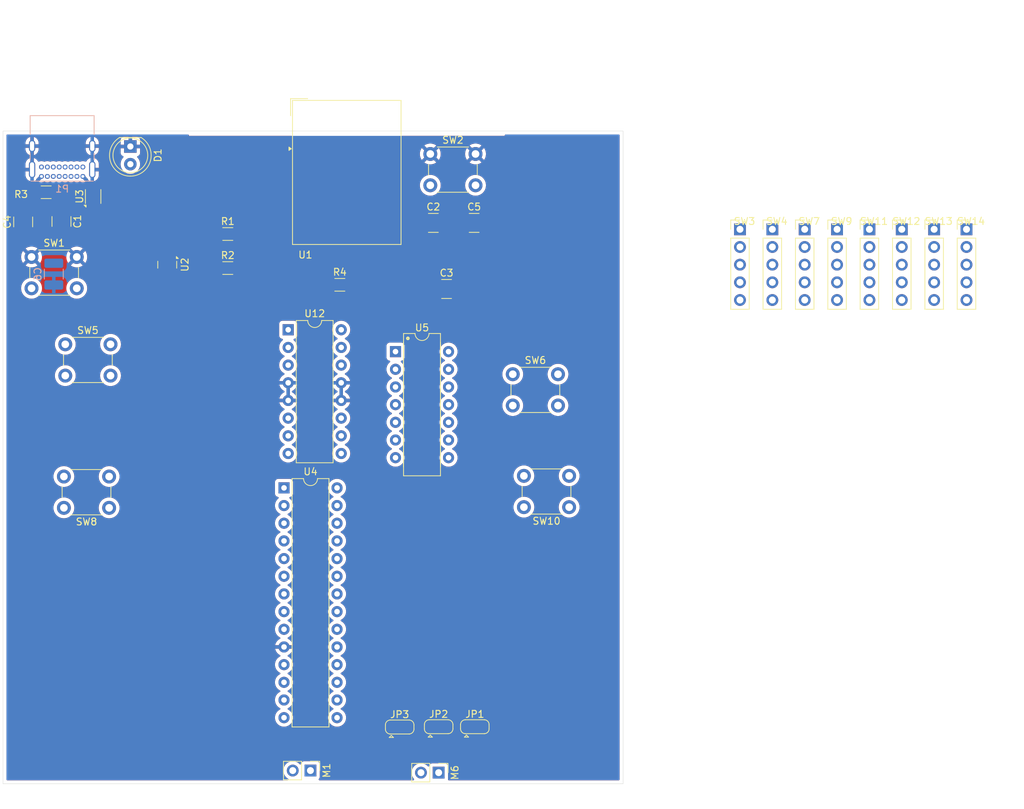
<source format=kicad_pcb>
(kicad_pcb (version 20240108) (generator "pcbnew") (generator_version "8.0")
  (layers (0 "F.Cu" signal) (1 "In1.Cu" signal) (2 "In2.Cu" signal) (31 "B.Cu" signal) (34 "B.Paste" user) (35 "F.Paste" user) (36 "B.SilkS" user "B.Silkscreen") (37 "F.SilkS" user "F.Silkscreen") (38 "B.Mask" user) (39 "F.Mask" user) (44 "Edge.Cuts" user))
  (net 0 "")
  (net 1 "5VUSB")
  (net 2 "GND")
  (net 3 "3V3")
  (net 4 "Net-(C5-+)")
  (net 5 "Net-(C6-+)")
  (net 6 "Net-(R3-+)")
  (net 9 "USB_P")
  (net 10 "USB_N")
  (net 11 "Net-(R1--)")
  (net 23 "SDA")
  (net 34 "SCL")
  (net 51 "Fader direction")
  (net 52 "Net-(U12-2A)")
  (net 57 "Net-(SW5-Pad1)")
  (net 58 "Net-(SW11-PadS2)")
  (net 59 "Net-(SW3-PadS2)")
  (net 61 "Net-(U4-GPB0)")
  (net 62 "Fader1_en")
  (net 63 "Net-(D8-A)")
  (net 64 "Net-(D6-A)")
  (net 66 "Fader2_en")
  (net 67 "Net-(D2-K)")
  (net 68 "Net-(D4-A)")
  (net 69 "Net-(JP3-C)")
  (net 70 "Net-(JP2-C)")
  (net 71 "Net-(U4-GPB1)")
  (net 72 "Net-(U4-GPB5)")
  (net 73 "Net-(JP1-C)")
  (net 75 "Net-(U4-GPB7)")
  (net 76 "Net-(U4-GPB3)")
  (net 77 "Net-(JP1-A)")
  (net 79 "Net-(JP1-B)")
  (net 80 "Net-(U4-GPB6)")
  (net 81 "Net-(JP2-A)")
  (net 82 "Net-(U4-GPB2)")
  (net 83 "Net-(U4-GPB4)")
  (net 84 "Net-(JP2-B)")
  (net 85 "Net-(JP3-B)")
  (net 86 "Net-(JP3-A)")
  (net 87 "int")
  (net 88 "Net-(U4-GPA1)")
  (net 89 "Net-(U4-GPA7)")
  (net 90 "Net-(U4-GPA6)")
  (net 91 "Net-(U4-GPA0)")
  (net 92 "Net-(U4-GPA2)")
  (net 93 "Net-(U4-GPA3)")
  (net 94 "Net-(U4-GPA5)")
  (net 95 "Net-(R11-+)")
  (net 96 "Net-(U4-GPA4)")
  (footprint "RF_Module:ESP32-S2-MINI-1" (layer "F.Cu") (at 143.9 41.55)
    (property "Reference" "U1" (at -5.95 11.85 0) (layer "F.SilkS"))
    (property "Value" "ESP32-S3-MINI-1")
    (pad "1" smd rect (at -7 -3.4) (size 0.8 0.4) (layers "F.Cu" "F.Paste" "F.Mask") (net 2 "GND"))
    (pad "2" smd rect (at -7 -2.55) (size 0.8 0.4) (layers "F.Cu" "F.Paste" "F.Mask") (net 2 "GND"))
    (pad "3" smd rect (at -7 -1.7) (size 0.8 0.4) (layers "F.Cu" "F.Paste" "F.Mask") (net 3 "3V3"))
    (pad "4" smd rect (at -7 -0.85) (size 0.8 0.4) (layers "F.Cu" "F.Paste" "F.Mask") (net 5 "Net-(C6-+)"))
    (pad "5" smd rect (at -7 0) (size 0.8 0.4) (layers "F.Cu" "F.Paste" "F.Mask"))
    (pad "6" smd rect (at -7 0.85) (size 0.8 0.4) (layers "F.Cu" "F.Paste" "F.Mask") (net 34 "SCL"))
    (pad "7" smd rect (at -7 1.7) (size 0.8 0.4) (layers "F.Cu" "F.Paste" "F.Mask") (net 23 "SDA"))
    (pad "8" smd rect (at -7 2.55) (size 0.8 0.4) (layers "F.Cu" "F.Paste" "F.Mask"))
    (pad "9" smd rect (at -7 3.4) (size 0.8 0.4) (layers "F.Cu" "F.Paste" "F.Mask"))
    (pad "10" smd rect (at -7 4.25) (size 0.8 0.4) (layers "F.Cu" "F.Paste" "F.Mask"))
    (pad "11" smd rect (at -7 5.1) (size 0.8 0.4) (layers "F.Cu" "F.Paste" "F.Mask"))
    (pad "12" smd rect (at -7 5.95) (size 0.8 0.4) (layers "F.Cu" "F.Paste" "F.Mask"))
    (pad "13" smd rect (at -7 6.8) (size 0.8 0.4) (layers "F.Cu" "F.Paste" "F.Mask"))
    (pad "14" smd rect (at -7 7.65) (size 0.8 0.4) (layers "F.Cu" "F.Paste" "F.Mask"))
    (pad "15" smd rect (at -7 8.5) (size 0.8 0.4) (layers "F.Cu" "F.Paste" "F.Mask"))
    (pad "16" smd rect (at -5.95 9.55 90) (size 0.8 0.4) (layers "F.Cu" "F.Paste" "F.Mask"))
    (pad "17" smd rect (at -5.1 9.55 90) (size 0.8 0.4) (layers "F.Cu" "F.Paste" "F.Mask"))
    (pad "18" smd rect (at -4.25 9.55 90) (size 0.8 0.4) (layers "F.Cu" "F.Paste" "F.Mask"))
    (pad "19" smd rect (at -3.4 9.55 90) (size 0.8 0.4) (layers "F.Cu" "F.Paste" "F.Mask"))
    (pad "20" smd rect (at -2.55 9.55 90) (size 0.8 0.4) (layers "F.Cu" "F.Paste" "F.Mask"))
    (pad "21" smd rect (at -1.7 9.55 90) (size 0.8 0.4) (layers "F.Cu" "F.Paste" "F.Mask"))
    (pad "22" smd rect (at -0.85 9.55 90) (size 0.8 0.4) (layers "F.Cu" "F.Paste" "F.Mask"))
    (pad "23" smd rect (at 0 9.55 90) (size 0.8 0.4) (layers "F.Cu" "F.Paste" "F.Mask") (net 10 "USB_N"))
    (pad "24" smd rect (at 0.85 9.55 90) (size 0.8 0.4) (layers "F.Cu" "F.Paste" "F.Mask") (net 9 "USB_P"))
    (pad "25" smd rect (at 1.7 9.55 90) (size 0.8 0.4) (layers "F.Cu" "F.Paste" "F.Mask"))
    (pad "26" smd rect (at 2.55 9.55 90) (size 0.8 0.4) (layers "F.Cu" "F.Paste" "F.Mask"))
    (pad "27" smd rect (at 3.4 9.55 90) (size 0.8 0.4) (layers "F.Cu" "F.Paste" "F.Mask"))
    (pad "28" smd rect (at 4.25 9.55 90) (size 0.8 0.4) (layers "F.Cu" "F.Paste" "F.Mask"))
    (pad "29" smd rect (at 5.1 9.55 90) (size 0.8 0.4) (layers "F.Cu" "F.Paste" "F.Mask"))
    (pad "30" smd rect (at 5.95 9.55 90) (size 0.8 0.4) (layers "F.Cu" "F.Paste" "F.Mask"))
    (pad "31" smd rect (at 7 8.5) (size 0.8 0.4) (layers "F.Cu" "F.Paste" "F.Mask"))
    (pad "32" smd rect (at 7 7.65) (size 0.8 0.4) (layers "F.Cu" "F.Paste" "F.Mask"))
    (pad "33" smd rect (at 7 6.8) (size 0.8 0.4) (layers "F.Cu" "F.Paste" "F.Mask"))
    (pad "34" smd rect (at 7 5.95) (size 0.8 0.4) (layers "F.Cu" "F.Paste" "F.Mask"))
    (pad "35" smd rect (at 7 5.1) (size 0.8 0.4) (layers "F.Cu" "F.Paste" "F.Mask"))
    (pad "36" smd rect (at 7 4.25) (size 0.8 0.4) (layers "F.Cu" "F.Paste" "F.Mask"))
    (pad "37" smd rect (at 7 3.4) (size 0.8 0.4) (layers "F.Cu" "F.Paste" "F.Mask"))
    (pad "38" smd rect (at 7 2.55) (size 0.8 0.4) (layers "F.Cu" "F.Paste" "F.Mask"))
    (pad "39" smd rect (at 7 1.7) (size 0.8 0.4) (layers "F.Cu" "F.Paste" "F.Mask"))
    (pad "40" smd rect (at 7 0.85) (size 0.8 0.4) (layers "F.Cu" "F.Paste" "F.Mask"))
    (pad "41" smd rect (at 7 0) (size 0.8 0.4) (layers "F.Cu" "F.Paste" "F.Mask"))
    (pad "42" smd rect (at 7 -0.85) (size 0.8 0.4) (layers "F.Cu" "F.Paste" "F.Mask") (net 2 "GND"))
    (pad "43" smd rect (at 7 -1.7) (size 0.8 0.4) (layers "F.Cu" "F.Paste" "F.Mask") (net 2 "GND"))
    (pad "44" smd rect (at 7 -2.55) (size 0.8 0.4) (layers "F.Cu" "F.Paste" "F.Mask"))
    (pad "45" smd rect (at 7 -3.4) (size 0.8 0.4) (layers "F.Cu" "F.Paste" "F.Mask") (net 4 "Net-(C5-+)"))
    (pad "46" smd rect (at 5.95 -4.45 90) (size 0.8 0.4) (layers "F.Cu" "F.Paste" "F.Mask") (net 2 "GND"))
    (pad "47" smd rect (at 5.1 -4.45 90) (size 0.8 0.4) (layers "F.Cu" "F.Paste" "F.Mask") (net 2 "GND"))
    (pad "48" smd rect (at 4.25 -4.45 90) (size 0.8 0.4) (layers "F.Cu" "F.Paste" "F.Mask") (net 2 "GND"))
    (pad "49" smd rect (at 3.4 -4.45 90) (size 0.8 0.4) (layers "F.Cu" "F.Paste" "F.Mask") (net 2 "GND"))
    (pad "50" smd rect (at 2.55 -4.45 90) (size 0.8 0.4) (layers "F.Cu" "F.Paste" "F.Mask") (net 2 "GND"))
    (pad "51" smd rect (at 1.7 -4.45 90) (size 0.8 0.4) (layers "F.Cu" "F.Paste" "F.Mask") (net 2 "GND"))
    (pad "52" smd rect (at 0.85 -4.45 90) (size 0.8 0.4) (layers "F.Cu" "F.Paste" "F.Mask") (net 2 "GND"))
    (pad "53" smd rect (at 0 -4.45 90) (size 0.8 0.4) (layers "F.Cu" "F.Paste" "F.Mask") (net 2 "GND"))
    (pad "54" smd rect (at -0.85 -4.45 90) (size 0.8 0.4) (layers "F.Cu" "F.Paste" "F.Mask") (net 2 "GND"))
    (pad "55" smd rect (at -1.7 -4.45 90) (size 0.8 0.4) (layers "F.Cu" "F.Paste" "F.Mask") (net 2 "GND"))
    (pad "56" smd rect (at -2.55 -4.45 90) (size 0.8 0.4) (layers "F.Cu" "F.Paste" "F.Mask") (net 2 "GND"))
    (pad "57" smd rect (at -3.4 -4.45 90) (size 0.8 0.4) (layers "F.Cu" "F.Paste" "F.Mask") (net 2 "GND"))
    (pad "58" smd rect (at -4.25 -4.45 90) (size 0.8 0.4) (layers "F.Cu" "F.Paste" "F.Mask") (net 2 "GND"))
    (pad "59" smd rect (at -5.1 -4.45 90) (size 0.8 0.4) (layers "F.Cu" "F.Paste" "F.Mask") (net 2 "GND"))
    (pad "60" smd rect (at -5.95 -4.45 90) (size 0.8 0.4) (layers "F.Cu" "F.Paste" "F.Mask") (net 2 "GND"))
    (pad "61" smd roundrect (at -1.65 0.9) (size 1.2 1.2) (layers "F.Cu" "F.Paste" "F.Mask") (roundrect_rratio 0) (chamfer_ratio 0.33) (chamfer top_left) (net 2 "GND"))
    (pad "61" smd rect (at -1.65 2.55) (size 1.2 1.2) (layers "F.Cu" "F.Paste" "F.Mask") (net 2 "GND"))
    (pad "61" smd rect (at -1.65 4.2) (size 1.2 1.2) (layers "F.Cu" "F.Paste" "F.Mask") (net 2 "GND"))
    (pad "61" smd rect (at 0 0.9) (size 1.2 1.2) (layers "F.Cu" "F.Paste" "F.Mask") (net 2 "GND"))
    (pad "61" smd rect (at 0 2.55) (size 1.2 1.2) (layers "F.Cu" "F.Paste" "F.Mask") (net 2 "GND"))
    (pad "61" smd rect (at 0 4.2) (size 1.2 1.2) (layers "F.Cu" "F.Paste" "F.Mask") (net 2 "GND"))
    (pad "61" smd rect (at 1.65 0.9) (size 1.2 1.2) (layers "F.Cu" "F.Paste" "F.Mask") (net 2 "GND"))
    (pad "61" smd rect (at 1.65 2.55) (size 1.2 1.2) (layers "F.Cu" "F.Paste" "F.Mask") (net 2 "GND"))
    (pad "61" smd rect (at 1.65 4.2) (size 1.2 1.2) (layers "F.Cu" "F.Paste" "F.Mask") (net 2 "GND"))
    (pad "62" smd rect (at -7 -4.45) (size 0.8 0.8) (layers "F.Cu" "F.Paste" "F.Mask") (net 2 "GND"))
    (pad "63" smd rect (at -7 9.55) (size 0.8 0.8) (layers "F.Cu" "F.Paste" "F.Mask") (net 2 "GND"))
    (pad "64" smd rect (at 7 9.55) (size 0.8 0.8) (layers "F.Cu" "F.Paste" "F.Mask") (net 2 "GND"))
    (pad "65" smd rect (at 7 -4.45) (size 0.8 0.8) (layers "F.Cu" "F.Paste" "F.Mask") (net 2 "GND"))
    (zone (net 0) (net_name "") (layers "*.Cu") (name "Antenna") (connect_pads (clearance 0)) (min_thickness 0.254)
      (keepout (tracks not_allowed) (vias not_allowed) (pads not_allowed) (copperpour not_allowed) (footprints not_allowed))
      (fill (thermal_gap 0.508) (thermal_bridge_width 0.508))
      (polygon (pts (xy 166.6 36.3) (xy 121.2 36.3) (xy 121.2 16.8) (xy 166.6 16.8)))
    )
  )
  (footprint "Resistor_SMD:R_1206_3216Metric_Pad1.30x1.75mm_HandSolder" (layer "F.Cu") (at 126.8 55.29)
    (property "Reference" "R2" (at 0 -1.82 0) (layer "F.SilkS"))
    (property "Value" "200k")
    (pad "1" smd roundrect (at -1.55 0) (size 1.3 1.75) (layers "F.Cu" "F.Paste" "F.Mask") (roundrect_rratio 0.192308) (net 11 "Net-(R1--)"))
    (pad "2" smd roundrect (at 1.55 0) (size 1.3 1.75) (layers "F.Cu" "F.Paste" "F.Mask") (roundrect_rratio 0.192308) (net 2 "GND"))
  )
  (footprint "Capacitor_SMD:C_1210_3225Metric_Pad1.33x2.70mm_HandSolder" (layer "F.Cu") (at 102.9 48.6 -90)
    (property "Reference" "C1" (at 0 -2.3 90) (layer "F.SilkS"))
    (property "Value" "10uF")
    (pad "1" smd roundrect (at -1.5625 0 270) (size 1.325 2.7) (layers "F.Cu" "F.Paste" "F.Mask") (roundrect_rratio 0.188679) (net 1 "5VUSB"))
    (pad "2" smd roundrect (at 1.5625 0 270) (size 1.325 2.7) (layers "F.Cu" "F.Paste" "F.Mask") (roundrect_rratio 0.188679) (net 2 "GND"))
  )
  (footprint "Connector_PinHeader_2.54mm:PinHeader_1x05_P2.54mm_Vertical" (layer "F.Cu") (at 232.95 49.725)
    (property "Reference" "SW14" (at 0.65 -1.15 0) (layer "F.SilkS"))
    (property "Value" "RotaryEncoder_Switch")
    (pad "1" thru_hole rect (at 0 0) (size 1.7 1.7) (drill 1) (layers "*.Cu" "*.Mask"))
    (pad "2" thru_hole oval (at 0 2.54) (size 1.7 1.7) (drill 1) (layers "*.Cu" "*.Mask"))
    (pad "3" thru_hole oval (at 0 5.08) (size 1.7 1.7) (drill 1) (layers "*.Cu" "*.Mask"))
    (pad "4" thru_hole oval (at 0 7.62) (size 1.7 1.7) (drill 1) (layers "*.Cu" "*.Mask"))
    (pad "5" thru_hole oval (at 0 10.16) (size 1.7 1.7) (drill 1) (layers "*.Cu" "*.Mask"))
  )
  (footprint "Jumper:SolderJumper-3_P1.3mm_Open_RoundedPad1.0x1.5mm" (layer "F.Cu") (at 151.5 121.2425)
    (property "Reference" "JP3" (at 0 -1.8 0) (layer "F.SilkS"))
    (property "Value" "A0")
    (pad "1" smd custom (at -1.3 0) (size 1 0.5) (layers "F.Cu" "F.Mask") (net 86 "Net-(JP3-A)") (options (clearance outline) (anchor rect)) (primitives (gr_circle (center 0 0.25) (end 0.5 0.25) (width 0) (fill yes)) (gr_circle (center 0 -0.25) (end 0.5 -0.25) (width 0) (fill yes)) (gr_poly (pts (xy 0.55 0.75) (xy 0 0.75) (xy 0 -0.75) (xy 0.55 -0.75)) (width 0) (fill yes))))
    (pad "2" smd rect (at 0 0) (size 1 1.5) (layers "F.Cu" "F.Mask") (net 69 "Net-(JP3-C)"))
    (pad "3" smd custom (at 1.3 0) (size 1 0.5) (layers "F.Cu" "F.Mask") (net 85 "Net-(JP3-B)") (options (clearance outline) (anchor rect)) (primitives (gr_circle (center 0 0.25) (end 0.5 0.25) (width 0) (fill yes)) (gr_circle (center 0 -0.25) (end 0.5 -0.25) (width 0) (fill yes)) (gr_poly (pts (xy 0 0.75) (xy -0.55 0.75) (xy -0.55 -0.75) (xy 0 -0.75)) (width 0) (fill yes))))
  )
  (footprint "Button_Switch_THT:SW_PUSH_6mm" (layer "F.Cu") (at 103.45 66.25)
    (property "Reference" "SW5" (at 3.25 -2 0) (layer "F.SilkS"))
    (property "Value" "Mute_Button")
    (pad "1" thru_hole circle (at 0 0 90) (size 2 2) (drill 1.1) (layers "*.Cu" "*.Mask") (net 57 "Net-(SW5-Pad1)"))
    (pad "1" thru_hole circle (at 6.5 0 90) (size 2 2) (drill 1.1) (layers "*.Cu" "*.Mask") (net 57 "Net-(SW5-Pad1)"))
    (pad "2" thru_hole circle (at 0 4.5 90) (size 2 2) (drill 1.1) (layers "*.Cu" "*.Mask") (net 58 "Net-(SW11-PadS2)"))
    (pad "2" thru_hole circle (at 6.5 4.5 90) (size 2 2) (drill 1.1) (layers "*.Cu" "*.Mask") (net 58 "Net-(SW11-PadS2)"))
  )
  (footprint "Capacitor_SMD:C_1210_3225Metric_Pad1.33x2.70mm_HandSolder" (layer "F.Cu") (at 158.2375 58.3)
    (property "Reference" "C3" (at 0 -2.3 0) (layer "F.SilkS"))
    (property "Value" "10uF")
    (pad "1" smd roundrect (at -1.5625 0) (size 1.325 2.7) (layers "F.Cu" "F.Paste" "F.Mask") (roundrect_rratio 0.188679) (net 3 "3V3"))
    (pad "2" smd roundrect (at 1.5625 0) (size 1.325 2.7) (layers "F.Cu" "F.Paste" "F.Mask") (roundrect_rratio 0.188679) (net 2 "GND"))
  )
  (footprint "PCM_Package_DIP_AKL:DIP-14_W7.62mm" (layer "F.Cu") (at 150.9 67.3)
    (property "Reference" "U5" (at 3.81 -3.429 0) (layer "F.SilkS"))
    (property "Value" "74LS04" (hide yes))
    (pad "1" thru_hole rect (at 0 0) (size 1.6 1.6) (drill 0.8) (layers "*.Cu" "*.Mask") (net 51 "Fader direction"))
    (pad "2" thru_hole oval (at 0 2.54) (size 1.6 1.6) (drill 0.8) (layers "*.Cu" "*.Mask") (net 52 "Net-(U12-2A)"))
    (pad "3" thru_hole oval (at 0 5.08) (size 1.6 1.6) (drill 0.8) (layers "*.Cu" "*.Mask"))
    (pad "4" thru_hole oval (at 0 7.62) (size 1.6 1.6) (drill 0.8) (layers "*.Cu" "*.Mask"))
    (pad "5" thru_hole oval (at 0 10.16) (size 1.6 1.6) (drill 0.8) (layers "*.Cu" "*.Mask"))
    (pad "6" thru_hole oval (at 0 12.7) (size 1.6 1.6) (drill 0.8) (layers "*.Cu" "*.Mask"))
    (pad "7" thru_hole oval (at 0 15.24) (size 1.6 1.6) (drill 0.8) (layers "*.Cu" "*.Mask"))
    (pad "8" thru_hole oval (at 7.62 15.24) (size 1.6 1.6) (drill 0.8) (layers "*.Cu" "*.Mask"))
    (pad "9" thru_hole oval (at 7.62 12.7) (size 1.6 1.6) (drill 0.8) (layers "*.Cu" "*.Mask"))
    (pad "10" thru_hole oval (at 7.62 10.16) (size 1.6 1.6) (drill 0.8) (layers "*.Cu" "*.Mask"))
    (pad "11" thru_hole oval (at 7.62 7.62) (size 1.6 1.6) (drill 0.8) (layers "*.Cu" "*.Mask"))
    (pad "12" thru_hole oval (at 7.62 5.08) (size 1.6 1.6) (drill 0.8) (layers "*.Cu" "*.Mask"))
    (pad "13" thru_hole oval (at 7.62 2.54) (size 1.6 1.6) (drill 0.8) (layers "*.Cu" "*.Mask"))
    (pad "14" thru_hole oval (at 7.62 0) (size 1.6 1.6) (drill 0.8) (layers "*.Cu" "*.Mask"))
  )
  (footprint "Connector_PinHeader_2.54mm:PinHeader_1x02_P2.54mm_Vertical" (layer "F.Cu") (at 157.1 127.8 -90)
    (property "Reference" "M6" (at 0 -2.33 90) (layer "F.SilkS"))
    (property "Value" "Fader1 motor")
    (pad "1" thru_hole rect (at 0 0 270) (size 1.7 1.7) (drill 1) (layers "*.Cu" "*.Mask") (net 64 "Net-(D6-A)"))
    (pad "2" thru_hole oval (at 0 2.54 270) (size 1.7 1.7) (drill 1) (layers "*.Cu" "*.Mask") (net 63 "Net-(D8-A)"))
  )
  (footprint "Connector_PinHeader_2.54mm:PinHeader_1x05_P2.54mm_Vertical" (layer "F.Cu") (at 209.7 49.725)
    (property "Reference" "SW7" (at 0.65 -1.15 0) (layer "F.SilkS"))
    (property "Value" "RotaryEncoder_Switch")
    (pad "1" thru_hole rect (at 0 0) (size 1.7 1.7) (drill 1) (layers "*.Cu" "*.Mask"))
    (pad "2" thru_hole oval (at 0 2.54) (size 1.7 1.7) (drill 1) (layers "*.Cu" "*.Mask"))
    (pad "3" thru_hole oval (at 0 5.08) (size 1.7 1.7) (drill 1) (layers "*.Cu" "*.Mask"))
    (pad "4" thru_hole oval (at 0 7.62) (size 1.7 1.7) (drill 1) (layers "*.Cu" "*.Mask"))
    (pad "5" thru_hole oval (at 0 10.16) (size 1.7 1.7) (drill 1) (layers "*.Cu" "*.Mask"))
  )
  (footprint "Button_Switch_THT:SW_PUSH_6mm" (layer "F.Cu") (at 109.75 89.75 180)
    (property "Reference" "SW8" (at 3.25 -2 360) (layer "F.SilkS"))
    (property "Value" "Sel_Button")
    (pad "1" thru_hole circle (at 0 0 270) (size 2 2) (drill 1.1) (layers "*.Cu" "*.Mask"))
    (pad "1" thru_hole circle (at 6.5 0 270) (size 2 2) (drill 1.1) (layers "*.Cu" "*.Mask"))
    (pad "2" thru_hole circle (at 0 4.5 270) (size 2 2) (drill 1.1) (layers "*.Cu" "*.Mask"))
    (pad "2" thru_hole circle (at 6.5 4.5 270) (size 2 2) (drill 1.1) (layers "*.Cu" "*.Mask"))
  )
  (footprint "Jumper:SolderJumper-3_P1.3mm_Open_RoundedPad1.0x1.5mm" (layer "F.Cu") (at 162.3 121.2)
    (property "Reference" "JP1" (at 0 -1.8 0) (layer "F.SilkS"))
    (property "Value" "A2")
    (pad "1" smd custom (at -1.3 0) (size 1 0.5) (layers "F.Cu" "F.Mask") (net 77 "Net-(JP1-A)") (options (clearance outline) (anchor rect)) (primitives (gr_circle (center 0 0.25) (end 0.5 0.25) (width 0) (fill yes)) (gr_circle (center 0 -0.25) (end 0.5 -0.25) (width 0) (fill yes)) (gr_poly (pts (xy 0.55 0.75) (xy 0 0.75) (xy 0 -0.75) (xy 0.55 -0.75)) (width 0) (fill yes))))
    (pad "2" smd rect (at 0 0) (size 1 1.5) (layers "F.Cu" "F.Mask") (net 73 "Net-(JP1-C)"))
    (pad "3" smd custom (at 1.3 0) (size 1 0.5) (layers "F.Cu" "F.Mask") (net 79 "Net-(JP1-B)") (options (clearance outline) (anchor rect)) (primitives (gr_circle (center 0 0.25) (end 0.5 0.25) (width 0) (fill yes)) (gr_circle (center 0 -0.25) (end 0.5 -0.25) (width 0) (fill yes)) (gr_poly (pts (xy 0 0.75) (xy -0.55 0.75) (xy -0.55 -0.75) (xy 0 -0.75)) (width 0) (fill yes))))
  )
  (footprint "Connector_PinHeader_2.54mm:PinHeader_1x02_P2.54mm_Vertical" (layer "F.Cu") (at 138.675 127.5 -90)
    (property "Reference" "M1" (at 0 -2.33 90) (layer "F.SilkS"))
    (property "Value" "Fader1 motor")
    (pad "1" thru_hole rect (at 0 0 270) (size 1.7 1.7) (drill 1) (layers "*.Cu" "*.Mask") (net 67 "Net-(D2-K)"))
    (pad "2" thru_hole oval (at 0 2.54 270) (size 1.7 1.7) (drill 1) (layers "*.Cu" "*.Mask") (net 68 "Net-(D4-A)"))
  )
  (footprint "Package_DIP:DIP-28_W7.62mm" (layer "F.Cu") (at 134.88 86.88)
    (property "Reference" "U4" (at 3.81 -2.33 0) (layer "F.SilkS"))
    (property "Value" "MCP23017_SP")
    (pad "1" thru_hole rect (at 0 0) (size 1.6 1.6) (drill 0.8) (layers "*.Cu" "*.Mask") (net 61 "Net-(U4-GPB0)"))
    (pad "2" thru_hole oval (at 0 2.54) (size 1.6 1.6) (drill 0.8) (layers "*.Cu" "*.Mask") (net 71 "Net-(U4-GPB1)"))
    (pad "3" thru_hole oval (at 0 5.08) (size 1.6 1.6) (drill 0.8) (layers "*.Cu" "*.Mask") (net 82 "Net-(U4-GPB2)"))
    (pad "4" thru_hole oval (at 0 7.62) (size 1.6 1.6) (drill 0.8) (layers "*.Cu" "*.Mask") (net 76 "Net-(U4-GPB3)"))
    (pad "5" thru_hole oval (at 0 10.16) (size 1.6 1.6) (drill 0.8) (layers "*.Cu" "*.Mask") (net 83 "Net-(U4-GPB4)"))
    (pad "6" thru_hole oval (at 0 12.7) (size 1.6 1.6) (drill 0.8) (layers "*.Cu" "*.Mask") (net 72 "Net-(U4-GPB5)"))
    (pad "7" thru_hole oval (at 0 15.24) (size 1.6 1.6) (drill 0.8) (layers "*.Cu" "*.Mask") (net 80 "Net-(U4-GPB6)"))
    (pad "8" thru_hole oval (at 0 17.78) (size 1.6 1.6) (drill 0.8) (layers "*.Cu" "*.Mask") (net 75 "Net-(U4-GPB7)"))
    (pad "9" thru_hole oval (at 0 20.32) (size 1.6 1.6) (drill 0.8) (layers "*.Cu" "*.Mask") (net 95 "Net-(R11-+)"))
    (pad "10" thru_hole oval (at 0 22.86) (size 1.6 1.6) (drill 0.8) (layers "*.Cu" "*.Mask") (net 2 "GND"))
    (pad "11" thru_hole oval (at 0 25.4) (size 1.6 1.6) (drill 0.8) (layers "*.Cu" "*.Mask"))
    (pad "12" thru_hole oval (at 0 27.94) (size 1.6 1.6) (drill 0.8) (layers "*.Cu" "*.Mask") (net 34 "SCL"))
    (pad "13" thru_hole oval (at 0 30.48) (size 1.6 1.6) (drill 0.8) (layers "*.Cu" "*.Mask") (net 23 "SDA"))
    (pad "14" thru_hole oval (at 0 33.02) (size 1.6 1.6) (drill 0.8) (layers "*.Cu" "*.Mask"))
    (pad "15" thru_hole oval (at 7.62 33.02) (size 1.6 1.6) (drill 0.8) (layers "*.Cu" "*.Mask") (net 69 "Net-(JP3-C)"))
    (pad "16" thru_hole oval (at 7.62 30.48) (size 1.6 1.6) (drill 0.8) (layers "*.Cu" "*.Mask") (net 70 "Net-(JP2-C)"))
    (pad "17" thru_hole oval (at 7.62 27.94) (size 1.6 1.6) (drill 0.8) (layers "*.Cu" "*.Mask") (net 73 "Net-(JP1-C)"))
    (pad "18" thru_hole oval (at 7.62 25.4) (size 1.6 1.6) (drill 0.8) (layers "*.Cu" "*.Mask"))
    (pad "19" thru_hole oval (at 7.62 22.86) (size 1.6 1.6) (drill 0.8) (layers "*.Cu" "*.Mask") (net 87 "int"))
    (pad "20" thru_hole oval (at 7.62 20.32) (size 1.6 1.6) (drill 0.8) (layers "*.Cu" "*.Mask") (net 87 "int"))
    (pad "21" thru_hole oval (at 7.62 17.78) (size 1.6 1.6) (drill 0.8) (layers "*.Cu" "*.Mask") (net 91 "Net-(U4-GPA0)"))
    (pad "22" thru_hole oval (at 7.62 15.24) (size 1.6 1.6) (drill 0.8) (layers "*.Cu" "*.Mask") (net 88 "Net-(U4-GPA1)"))
    (pad "23" thru_hole oval (at 7.62 12.7) (size 1.6 1.6) (drill 0.8) (layers "*.Cu" "*.Mask") (net 92 "Net-(U4-GPA2)"))
    (pad "24" thru_hole oval (at 7.62 10.16) (size 1.6 1.6) (drill 0.8) (layers "*.Cu" "*.Mask") (net 93 "Net-(U4-GPA3)"))
    (pad "25" thru_hole oval (at 7.62 7.62) (size 1.6 1.6) (drill 0.8) (layers "*.Cu" "*.Mask") (net 96 "Net-(U4-GPA4)"))
    (pad "26" thru_hole oval (at 7.62 5.08) (size 1.6 1.6) (drill 0.8) (layers "*.Cu" "*.Mask") (net 94 "Net-(U4-GPA5)"))
    (pad "27" thru_hole oval (at 7.62 2.54) (size 1.6 1.6) (drill 0.8) (layers "*.Cu" "*.Mask") (net 90 "Net-(U4-GPA6)"))
    (pad "28" thru_hole oval (at 7.62 0) (size 1.6 1.6) (drill 0.8) (layers "*.Cu" "*.Mask") (net 89 "Net-(U4-GPA7)"))
  )
  (footprint "Connector_PinHeader_2.54mm:PinHeader_1x05_P2.54mm_Vertical" (layer "F.Cu") (at 214.35 49.725)
    (property "Reference" "SW9" (at 0.65 -1.15 0) (layer "F.SilkS"))
    (property "Value" "RotaryEncoder_Switch")
    (pad "1" thru_hole rect (at 0 0) (size 1.7 1.7) (drill 1) (layers "*.Cu" "*.Mask"))
    (pad "2" thru_hole oval (at 0 2.54) (size 1.7 1.7) (drill 1) (layers "*.Cu" "*.Mask"))
    (pad "3" thru_hole oval (at 0 5.08) (size 1.7 1.7) (drill 1) (layers "*.Cu" "*.Mask"))
    (pad "4" thru_hole oval (at 0 7.62) (size 1.7 1.7) (drill 1) (layers "*.Cu" "*.Mask"))
    (pad "5" thru_hole oval (at 0 10.16) (size 1.7 1.7) (drill 1) (layers "*.Cu" "*.Mask"))
  )
  (footprint "Connector_PinHeader_2.54mm:PinHeader_1x05_P2.54mm_Vertical" (layer "F.Cu") (at 228.3 49.725)
    (property "Reference" "SW13" (at 0.65 -1.15 0) (layer "F.SilkS"))
    (property "Value" "RotaryEncoder_Switch")
    (pad "1" thru_hole rect (at 0 0) (size 1.7 1.7) (drill 1) (layers "*.Cu" "*.Mask"))
    (pad "2" thru_hole oval (at 0 2.54) (size 1.7 1.7) (drill 1) (layers "*.Cu" "*.Mask"))
    (pad "3" thru_hole oval (at 0 5.08) (size 1.7 1.7) (drill 1) (layers "*.Cu" "*.Mask"))
    (pad "4" thru_hole oval (at 0 7.62) (size 1.7 1.7) (drill 1) (layers "*.Cu" "*.Mask"))
    (pad "5" thru_hole oval (at 0 10.16) (size 1.7 1.7) (drill 1) (layers "*.Cu" "*.Mask"))
  )
  (footprint "Resistor_SMD:R_1206_3216Metric_Pad1.30x1.75mm_HandSolder" (layer "F.Cu") (at 126.8 50.4)
    (property "Reference" "R1" (at 0 -1.82 0) (layer "F.SilkS"))
    (property "Value" "1M")
    (pad "1" smd roundrect (at -1.55 0) (size 1.3 1.75) (layers "F.Cu" "F.Paste" "F.Mask") (roundrect_rratio 0.192308) (net 3 "3V3"))
    (pad "2" smd roundrect (at 1.55 0) (size 1.3 1.75) (layers "F.Cu" "F.Paste" "F.Mask") (roundrect_rratio 0.192308) (net 11 "Net-(R1--)"))
  )
  (footprint "LED_THT:LED_D5.0mm" (layer "F.Cu") (at 112.8 37.825 -90)
    (property "Reference" "D1" (at 1.27 -3.96 90) (layer "F.SilkS"))
    (property "Value" "LED")
    (pad "1" thru_hole rect (at 0 0 270) (size 1.8 1.8) (drill 0.9) (layers "*.Cu" "*.Mask") (net 2 "GND"))
    (pad "2" thru_hole circle (at 2.54 0 270) (size 1.8 1.8) (drill 0.9) (layers "*.Cu" "*.Mask") (net 6 "Net-(R3-+)"))
  )
  (footprint "Resistor_SMD:R_1206_3216Metric_Pad1.30x1.75mm_HandSolder" (layer "F.Cu") (at 100.7 44.4)
    (property "Reference" "R3" (at -3.6 0.3 0) (layer "F.SilkS"))
    (property "Value" "5.1k")
    (pad "1" smd roundrect (at -1.55 0) (size 1.3 1.75) (layers "F.Cu" "F.Paste" "F.Mask") (roundrect_rratio 0.192308) (net 6 "Net-(R3-+)"))
    (pad "2" smd roundrect (at 1.55 0) (size 1.3 1.75) (layers "F.Cu" "F.Paste" "F.Mask") (roundrect_rratio 0.192308) (net 3 "3V3"))
  )
  (footprint "Jumper:SolderJumper-3_P1.3mm_Open_RoundedPad1.0x1.5mm" (layer "F.Cu") (at 157.1 121.2)
    (property "Reference" "JP2" (at 0 -1.8 0) (layer "F.SilkS"))
    (property "Value" "A1")
    (pad "1" smd custom (at -1.3 0) (size 1 0.5) (layers "F.Cu" "F.Mask") (net 81 "Net-(JP2-A)") (options (clearance outline) (anchor rect)) (primitives (gr_circle (center 0 0.25) (end 0.5 0.25) (width 0) (fill yes)) (gr_circle (center 0 -0.25) (end 0.5 -0.25) (width 0) (fill yes)) (gr_poly (pts (xy 0.55 0.75) (xy 0 0.75) (xy 0 -0.75) (xy 0.55 -0.75)) (width 0) (fill yes))))
    (pad "2" smd rect (at 0 0) (size 1 1.5) (layers "F.Cu" "F.Mask") (net 70 "Net-(JP2-C)"))
    (pad "3" smd custom (at 1.3 0) (size 1 0.5) (layers "F.Cu" "F.Mask") (net 84 "Net-(JP2-B)") (options (clearance outline) (anchor rect)) (primitives (gr_circle (center 0 0.25) (end 0.5 0.25) (width 0) (fill yes)) (gr_circle (center 0 -0.25) (end 0.5 -0.25) (width 0) (fill yes)) (gr_poly (pts (xy 0 0.75) (xy -0.55 0.75) (xy -0.55 -0.75) (xy 0 -0.75)) (width 0) (fill yes))))
  )
  (footprint "Capacitor_SMD:C_1210_3225Metric_Pad1.33x2.70mm_HandSolder" (layer "F.Cu") (at 97.4 48.6625 90)
    (property "Reference" "C4" (at 0 -2.3 90) (layer "F.SilkS"))
    (property "Value" "10uF")
    (pad "1" smd roundrect (at -1.5625 0 90) (size 1.325 2.7) (layers "F.Cu" "F.Paste" "F.Mask") (roundrect_rratio 0.188679) (net 3 "3V3"))
    (pad "2" smd roundrect (at 1.5625 0 90) (size 1.325 2.7) (layers "F.Cu" "F.Paste" "F.Mask") (roundrect_rratio 0.188679) (net 2 "GND"))
  )
  (footprint "Button_Switch_THT:SW_PUSH_6mm" (layer "F.Cu") (at 175.85 89.65 180)
    (property "Reference" "SW10" (at 3.25 -2 360) (layer "F.SilkS"))
    (property "Value" "Sel_Button")
    (pad "1" thru_hole circle (at 0 0 270) (size 2 2) (drill 1.1) (layers "*.Cu" "*.Mask"))
    (pad "1" thru_hole circle (at 6.5 0 270) (size 2 2) (drill 1.1) (layers "*.Cu" "*.Mask"))
    (pad "2" thru_hole circle (at 0 4.5 270) (size 2 2) (drill 1.1) (layers "*.Cu" "*.Mask"))
    (pad "2" thru_hole circle (at 6.5 4.5 270) (size 2 2) (drill 1.1) (layers "*.Cu" "*.Mask"))
  )
  (footprint "Connector_PinHeader_2.54mm:PinHeader_1x05_P2.54mm_Vertical" (layer "F.Cu") (at 200.4 49.725)
    (property "Reference" "SW3" (at 0.65 -1.15 0) (layer "F.SilkS"))
    (property "Value" "RotaryEncoder_Switch")
    (pad "1" thru_hole rect (at 0 0) (size 1.7 1.7) (drill 1) (layers "*.Cu" "*.Mask"))
    (pad "2" thru_hole oval (at 0 2.54) (size 1.7 1.7) (drill 1) (layers "*.Cu" "*.Mask"))
    (pad "3" thru_hole oval (at 0 5.08) (size 1.7 1.7) (drill 1) (layers "*.Cu" "*.Mask"))
    (pad "4" thru_hole oval (at 0 7.62) (size 1.7 1.7) (drill 1) (layers "*.Cu" "*.Mask"))
    (pad "5" thru_hole oval (at 0 10.16) (size 1.7 1.7) (drill 1) (layers "*.Cu" "*.Mask"))
  )
  (footprint "Capacitor_SMD:C_1210_3225Metric_Pad1.33x2.70mm_HandSolder" (layer "F.Cu") (at 162.2 48.8)
    (property "Reference" "C5" (at 0 -2.3 0) (layer "F.SilkS"))
    (property "Value" "0.1uF")
    (pad "1" smd roundrect (at -1.5625 0) (size 1.325 2.7) (layers "F.Cu" "F.Paste" "F.Mask") (roundrect_rratio 0.188679) (net 4 "Net-(C5-+)"))
    (pad "2" smd roundrect (at 1.5625 0) (size 1.325 2.7) (layers "F.Cu" "F.Paste" "F.Mask") (roundrect_rratio 0.188679) (net 2 "GND"))
  )
  (footprint "Resistor_SMD:R_1206_3216Metric_Pad1.30x1.75mm_HandSolder" (layer "F.Cu") (at 142.9 57.7)
    (property "Reference" "R4" (at 0 -1.82 0) (layer "F.SilkS"))
    (property "Value" "10K")
    (pad "1" smd roundrect (at -1.55 0) (size 1.3 1.75) (layers "F.Cu" "F.Paste" "F.Mask") (roundrect_rratio 0.192308) (net 3 "3V3"))
    (pad "2" smd roundrect (at 1.55 0) (size 1.3 1.75) (layers "F.Cu" "F.Paste" "F.Mask") (roundrect_rratio 0.192308) (net 4 "Net-(C5-+)"))
  )
  (footprint "Package_SON:WSON-6-1EP_2x2mm_P0.65mm_EP1x1.6mm" (layer "F.Cu") (at 107.45 45.0125 90)
    (property "Reference" "U3" (at 0 -1.95 90) (layer "F.SilkS"))
    (property "Value" "TLV75801PDRV" (hide yes))
    (pad "1" smd roundrect (at -0.8875 -0.65 90) (size 0.375 0.4) (layers "F.Cu" "F.Paste" "F.Mask") (net 3 "3V3"))
    (pad "2" smd roundrect (at -0.8875 0 90) (size 0.375 0.4) (layers "F.Cu" "F.Paste" "F.Mask") (net 11 "Net-(R1--)"))
    (pad "3" smd roundrect (at -0.8875 0.65 90) (size 0.375 0.4) (layers "F.Cu" "F.Paste" "F.Mask") (net 2 "GND"))
    (pad "4" smd roundrect (at 0.8875 0.65 90) (size 0.375 0.4) (layers "F.Cu" "F.Paste" "F.Mask") (net 1 "5VUSB"))
    (pad "5" smd roundrect (at 0.8875 0 90) (size 0.375 0.4) (layers "F.Cu" "F.Paste" "F.Mask"))
    (pad "6" smd roundrect (at 0.8875 -0.65 90) (size 0.375 0.4) (layers "F.Cu" "F.Paste" "F.Mask") (net 1 "5VUSB"))
    (pad "7" smd rect (at 0 0 90) (size 1 1.6) (property pad_prop_heatsink) (layers "F.Cu" "F.Mask") (net 2 "GND"))
  )
  (footprint "Connector_PinHeader_2.54mm:PinHeader_1x05_P2.54mm_Vertical" (layer "F.Cu") (at 223.65 49.725)
    (property "Reference" "SW12" (at 0.65 -1.15 0) (layer "F.SilkS"))
    (property "Value" "RotaryEncoder_Switch_CH1")
    (pad "1" thru_hole rect (at 0 0) (size 1.7 1.7) (drill 1) (layers "*.Cu" "*.Mask"))
    (pad "2" thru_hole oval (at 0 2.54) (size 1.7 1.7) (drill 1) (layers "*.Cu" "*.Mask"))
    (pad "3" thru_hole oval (at 0 5.08) (size 1.7 1.7) (drill 1) (layers "*.Cu" "*.Mask"))
    (pad "4" thru_hole oval (at 0 7.62) (size 1.7 1.7) (drill 1) (layers "*.Cu" "*.Mask"))
    (pad "5" thru_hole oval (at 0 10.16) (size 1.7 1.7) (drill 1) (layers "*.Cu" "*.Mask"))
  )
  (footprint "Package_DFN_QFN:Diodes_UDFN-10_1.0x2.5mm_P0.5mm" (layer "F.Cu") (at 118.1 54.8125 -90)
    (property "Reference" "U2" (at 0 -2.54 90) (layer "F.SilkS"))
    (property "Value" "D3V3XA4B10LP" (hide yes))
    (pad "1" smd rect (at -0.3875 -1 180) (size 0.25 0.625) (layers "F.Cu" "F.Paste" "F.Mask") (net 10 "USB_N"))
    (pad "2" smd rect (at -0.3875 -0.5 180) (size 0.25 0.625) (layers "F.Cu" "F.Paste" "F.Mask") (net 9 "USB_P"))
    (pad "3" smd rect (at -0.35 0 180) (size 0.45 0.7) (layers "F.Cu" "F.Paste" "F.Mask") (net 2 "GND"))
    (pad "4" smd rect (at -0.3875 0.5 180) (size 0.25 0.625) (layers "F.Cu" "F.Paste" "F.Mask") (net 1 "5VUSB"))
    (pad "5" smd rect (at -0.3875 1 180) (size 0.25 0.625) (layers "F.Cu" "F.Paste" "F.Mask"))
    (pad "6" smd rect (at 0.3875 1 180) (size 0.25 0.625) (layers "F.Cu" "F.Paste" "F.Mask"))
    (pad "7" smd rect (at 0.3875 0.5 180) (size 0.25 0.625) (layers "F.Cu" "F.Paste" "F.Mask") (net 1 "5VUSB"))
    (pad "8" smd rect (at 0.4125 0 180) (size 0.45 0.575) (layers "F.Cu" "F.Paste" "F.Mask") (net 2 "GND"))
    (pad "9" smd rect (at 0.3875 -0.5 180) (size 0.25 0.625) (layers "F.Cu" "F.Paste" "F.Mask") (net 9 "USB_P"))
    (pad "10" smd rect (at 0.3875 -1 180) (size 0.25 0.625) (layers "F.Cu" "F.Paste" "F.Mask") (net 10 "USB_N"))
  )
  (footprint "Button_Switch_THT:SW_PUSH_6mm" (layer "F.Cu") (at 155.9 38.9)
    (property "Reference" "SW2" (at 3.25 -2 0) (layer "F.SilkS"))
    (property "Value" "Push_Button")
    (pad "1" thru_hole circle (at 0 0 90) (size 2 2) (drill 1.1) (layers "*.Cu" "*.Mask") (net 2 "GND"))
    (pad "1" thru_hole circle (at 6.5 0 90) (size 2 2) (drill 1.1) (layers "*.Cu" "*.Mask") (net 2 "GND"))
    (pad "2" thru_hole circle (at 0 4.5 90) (size 2 2) (drill 1.1) (layers "*.Cu" "*.Mask") (net 5 "Net-(C6-+)"))
    (pad "2" thru_hole circle (at 6.5 4.5 90) (size 2 2) (drill 1.1) (layers "*.Cu" "*.Mask") (net 5 "Net-(C6-+)"))
  )
  (footprint "Button_Switch_THT:SW_PUSH_6mm" (layer "F.Cu") (at 98.6 53.7)
    (property "Reference" "SW1" (at 3.25 -2 0) (layer "F.SilkS"))
    (property "Value" "Push_Button")
    (pad "1" thru_hole circle (at 0 0 90) (size 2 2) (drill 1.1) (layers "*.Cu" "*.Mask") (net 2 "GND"))
    (pad "1" thru_hole circle (at 6.5 0 90) (size 2 2) (drill 1.1) (layers "*.Cu" "*.Mask") (net 2 "GND"))
    (pad "2" thru_hole circle (at 0 4.5 90) (size 2 2) (drill 1.1) (layers "*.Cu" "*.Mask") (net 4 "Net-(C5-+)"))
    (pad "2" thru_hole circle (at 6.5 4.5 90) (size 2 2) (drill 1.1) (layers "*.Cu" "*.Mask") (net 4 "Net-(C5-+)"))
  )
  (footprint "Capacitor_SMD:C_1210_3225Metric_Pad1.33x2.70mm_HandSolder" (layer "F.Cu") (at 156.3375 48.8)
    (property "Reference" "C2" (at 0 -2.3 0) (layer "F.SilkS"))
    (property "Value" "0.1uF")
    (pad "1" smd roundrect (at -1.5625 0) (size 1.325 2.7) (layers "F.Cu" "F.Paste" "F.Mask") (roundrect_rratio 0.188679) (net 3 "3V3"))
    (pad "2" smd roundrect (at 1.5625 0) (size 1.325 2.7) (layers "F.Cu" "F.Paste" "F.Mask") (roundrect_rratio 0.188679) (net 2 "GND"))
  )
  (footprint "Connector_PinHeader_2.54mm:PinHeader_1x05_P2.54mm_Vertical" (layer "F.Cu") (at 205.05 49.725)
    (property "Reference" "SW4" (at 0.65 -1.15 0) (layer "F.SilkS"))
    (property "Value" "RotaryEncoder_Switch")
    (pad "1" thru_hole rect (at 0 0) (size 1.7 1.7) (drill 1) (layers "*.Cu" "*.Mask"))
    (pad "2" thru_hole oval (at 0 2.54) (size 1.7 1.7) (drill 1) (layers "*.Cu" "*.Mask"))
    (pad "3" thru_hole oval (at 0 5.08) (size 1.7 1.7) (drill 1) (layers "*.Cu" "*.Mask"))
    (pad "4" thru_hole oval (at 0 7.62) (size 1.7 1.7) (drill 1) (layers "*.Cu" "*.Mask"))
    (pad "5" thru_hole oval (at 0 10.16) (size 1.7 1.7) (drill 1) (layers "*.Cu" "*.Mask"))
  )
  (footprint "Button_Switch_THT:SW_PUSH_6mm" (layer "F.Cu") (at 167.75 70.55)
    (property "Reference" "SW6" (at 3.25 -2 0) (layer "F.SilkS"))
    (property "Value" "Mute_Button")
    (pad "1" thru_hole circle (at 0 0 90) (size 2 2) (drill 1.1) (layers "*.Cu" "*.Mask") (net 57 "Net-(SW5-Pad1)"))
    (pad "1" thru_hole circle (at 6.5 0 90) (size 2 2) (drill 1.1) (layers "*.Cu" "*.Mask") (net 57 "Net-(SW5-Pad1)"))
    (pad "2" thru_hole circle (at 0 4.5 90) (size 2 2) (drill 1.1) (layers "*.Cu" "*.Mask") (net 59 "Net-(SW3-PadS2)"))
    (pad "2" thru_hole circle (at 6.5 4.5 90) (size 2 2) (drill 1.1) (layers "*.Cu" "*.Mask") (net 59 "Net-(SW3-PadS2)"))
  )
  (footprint "Connector_PinHeader_2.54mm:PinHeader_1x05_P2.54mm_Vertical" (layer "F.Cu") (at 219 49.725)
    (property "Reference" "SW11" (at 0.65 -1.15 0) (layer "F.SilkS"))
    (property "Value" "RotaryEncoder_Switch CH2")
    (pad "1" thru_hole rect (at 0 0) (size 1.7 1.7) (drill 1) (layers "*.Cu" "*.Mask"))
    (pad "2" thru_hole oval (at 0 2.54) (size 1.7 1.7) (drill 1) (layers "*.Cu" "*.Mask"))
    (pad "3" thru_hole oval (at 0 5.08) (size 1.7 1.7) (drill 1) (layers "*.Cu" "*.Mask"))
    (pad "4" thru_hole oval (at 0 7.62) (size 1.7 1.7) (drill 1) (layers "*.Cu" "*.Mask"))
    (pad "5" thru_hole oval (at 0 10.16) (size 1.7 1.7) (drill 1) (layers "*.Cu" "*.Mask"))
  )
  (footprint "Package_DIP:DIP-16_W7.62mm" (layer "F.Cu") (at 135.48 64.16)
    (property "Reference" "U12" (at 3.81 -2.33 0) (layer "F.SilkS"))
    (property "Value" "L293D")
    (pad "1" thru_hole rect (at 0 0) (size 1.6 1.6) (drill 0.8) (layers "*.Cu" "*.Mask") (net 62 "Fader1_en"))
    (pad "2" thru_hole oval (at 0 2.54) (size 1.6 1.6) (drill 0.8) (layers "*.Cu" "*.Mask") (net 51 "Fader direction"))
    (pad "3" thru_hole oval (at 0 5.08) (size 1.6 1.6) (drill 0.8) (layers "*.Cu" "*.Mask") (net 67 "Net-(D2-K)"))
    (pad "4" thru_hole oval (at 0 7.62) (size 1.6 1.6) (drill 0.8) (layers "*.Cu" "*.Mask") (net 2 "GND"))
    (pad "5" thru_hole oval (at 0 10.16) (size 1.6 1.6) (drill 0.8) (layers "*.Cu" "*.Mask") (net 2 "GND"))
    (pad "6" thru_hole oval (at 0 12.7) (size 1.6 1.6) (drill 0.8) (layers "*.Cu" "*.Mask") (net 68 "Net-(D4-A)"))
    (pad "7" thru_hole oval (at 0 15.24) (size 1.6 1.6) (drill 0.8) (layers "*.Cu" "*.Mask") (net 52 "Net-(U12-2A)"))
    (pad "8" thru_hole oval (at 0 17.78) (size 1.6 1.6) (drill 0.8) (layers "*.Cu" "*.Mask") (net 1 "5VUSB"))
    (pad "9" thru_hole oval (at 7.62 17.78) (size 1.6 1.6) (drill 0.8) (layers "*.Cu" "*.Mask") (net 66 "Fader2_en"))
    (pad "10" thru_hole oval (at 7.62 15.24) (size 1.6 1.6) (drill 0.8) (layers "*.Cu" "*.Mask") (net 51 "Fader direction"))
    (pad "11" thru_hole oval (at 7.62 12.7) (size 1.6 1.6) (drill 0.8) (layers "*.Cu" "*.Mask") (net 64 "Net-(D6-A)"))
    (pad "12" thru_hole oval (at 7.62 10.16) (size 1.6 1.6) (drill 0.8) (layers "*.Cu" "*.Mask") (net 2 "GND"))
    (pad "13" thru_hole oval (at 7.62 7.62) (size 1.6 1.6) (drill 0.8) (layers "*.Cu" "*.Mask") (net 2 "GND"))
    (pad "14" thru_hole oval (at 7.62 5.08) (size 1.6 1.6) (drill 0.8) (layers "*.Cu" "*.Mask") (net 63 "Net-(D8-A)"))
    (pad "15" thru_hole oval (at 7.62 2.54) (size 1.6 1.6) (drill 0.8) (layers "*.Cu" "*.Mask") (net 52 "Net-(U12-2A)"))
    (pad "16" thru_hole oval (at 7.62 0) (size 1.6 1.6) (drill 0.8) (layers "*.Cu" "*.Mask"))
  )
  (footprint "Connector_USB:USB_C_Receptacle_GCT_USB4085" (layer "B.Cu") (at 100.025 42.125)
    (property "Reference" "P1" (at 2.975 1.8 0) (layer "B.SilkS") (effects (justify mirror)))
    (property "Value" "USB_C_Plug_USB2.0")
    (pad "A1" thru_hole circle (at 0 0) (size 0.7 0.7) (drill 0.4) (layers "*.Cu" "*.Mask") (net 2 "GND"))
    (pad "A4" thru_hole circle (at 0.85 0) (size 0.7 0.7) (drill 0.4) (layers "*.Cu" "*.Mask") (net 1 "5VUSB"))
    (pad "A5" thru_hole circle (at 1.7 0) (size 0.7 0.7) (drill 0.4) (layers "*.Cu" "*.Mask"))
    (pad "A6" thru_hole circle (at 2.55 0) (size 0.7 0.7) (drill 0.4) (layers "*.Cu" "*.Mask") (net 9 "USB_P"))
    (pad "A7" thru_hole circle (at 3.4 0) (size 0.7 0.7) (drill 0.4) (layers "*.Cu" "*.Mask") (net 10 "USB_N"))
    (pad "A8" thru_hole circle (at 4.25 0) (size 0.7 0.7) (drill 0.4) (layers "*.Cu" "*.Mask"))
    (pad "A9" thru_hole circle (at 5.1 0) (size 0.7 0.7) (drill 0.4) (layers "*.Cu" "*.Mask") (net 1 "5VUSB"))
    (pad "A12" thru_hole circle (at 5.95 0) (size 0.7 0.7) (drill 0.4) (layers "*.Cu" "*.Mask") (net 2 "GND"))
    (pad "B1" thru_hole circle (at 5.95 -1.35) (size 0.7 0.7) (drill 0.4) (layers "*.Cu" "*.Mask") (net 2 "GND"))
    (pad "B4" thru_hole circle (at 5.1 -1.35) (size 0.7 0.7) (drill 0.4) (layers "*.Cu" "*.Mask") (net 1 "5VUSB"))
    (pad "B5" thru_hole circle (at 4.25 -1.35) (size 0.7 0.7) (drill 0.4) (layers "*.Cu" "*.Mask"))
    (pad "B6" thru_hole circle (at 3.4 -1.35) (size 0.7 0.7) (drill 0.4) (layers "*.Cu" "*.Mask"))
    (pad "B7" thru_hole circle (at 2.55 -1.35) (size 0.7 0.7) (drill 0.4) (layers "*.Cu" "*.Mask"))
    (pad "B8" thru_hole circle (at 1.7 -1.35) (size 0.7 0.7) (drill 0.4) (layers "*.Cu" "*.Mask"))
    (pad "B9" thru_hole circle (at 0.85 -1.35) (size 0.7 0.7) (drill 0.4) (layers "*.Cu" "*.Mask") (net 1 "5VUSB"))
    (pad "B12" thru_hole circle (at 0 -1.35) (size 0.7 0.7) (drill 0.4) (layers "*.Cu" "*.Mask") (net 2 "GND"))
    (pad "S1" thru_hole oval (at -1.35 -4.36) (size 0.9 1.7) (drill oval 0.6 1.4) (layers "*.Cu" "*.Mask") (net 2 "GND"))
    (pad "S1" thru_hole oval (at -1.35 -0.98) (size 0.9 2.4) (drill oval 0.6 2.1) (layers "*.Cu" "*.Mask") (net 2 "GND"))
    (pad "S1" thru_hole oval (at 7.3 -4.36) (size 0.9 1.7) (drill oval 0.6 1.4) (layers "*.Cu" "*.Mask") (net 2 "GND"))
    (pad "S1" thru_hole oval (at 7.3 -0.98) (size 0.9 2.4) (drill oval 0.6 2.1) (layers "*.Cu" "*.Mask") (net 2 "GND"))
  )
  (footprint "Capacitor_SMD:C_1210_3225Metric_Pad1.33x2.70mm_HandSolder" (layer "B.Cu") (at 101.8 56.1625 -90)
    (property "Reference" "C6" (at 0 2.3 90) (layer "B.SilkS") (effects (justify mirror)))
    (property "Value" "0.1uF")
    (pad "1" smd roundrect (at -1.5625 0 270) (size 1.325 2.7) (layers "B.Cu" "B.Paste" "B.Mask") (roundrect_rratio 0.188679) (net 5 "Net-(C6-+)"))
    (pad "2" smd roundrect (at 1.5625 0 270) (size 1.325 2.7) (layers "B.Cu" "B.Paste" "B.Mask") (roundrect_rratio 0.188679) (net 2 "GND"))
  )
  (gr_rect (start 94.5 35.6) (end 183.6 129.4) (stroke (width 0.05)) (fill none) (layer "Edge.Cuts"))
  (zone (net 2) (net_name "GND") (layers "F.Cu" "In1.Cu" "In2.Cu" "B.Cu") (connect_pads (clearance 0.5)) (min_thickness 0.25) (fill yes (thermal_gap 0.5) (thermal_bridge_width 0.5))
    (polygon (pts (xy 94.5 35.6) (xy 94.5 129.4) (xy 183.6 129.4) (xy 183.6 35.6)))
  )
)
</source>
